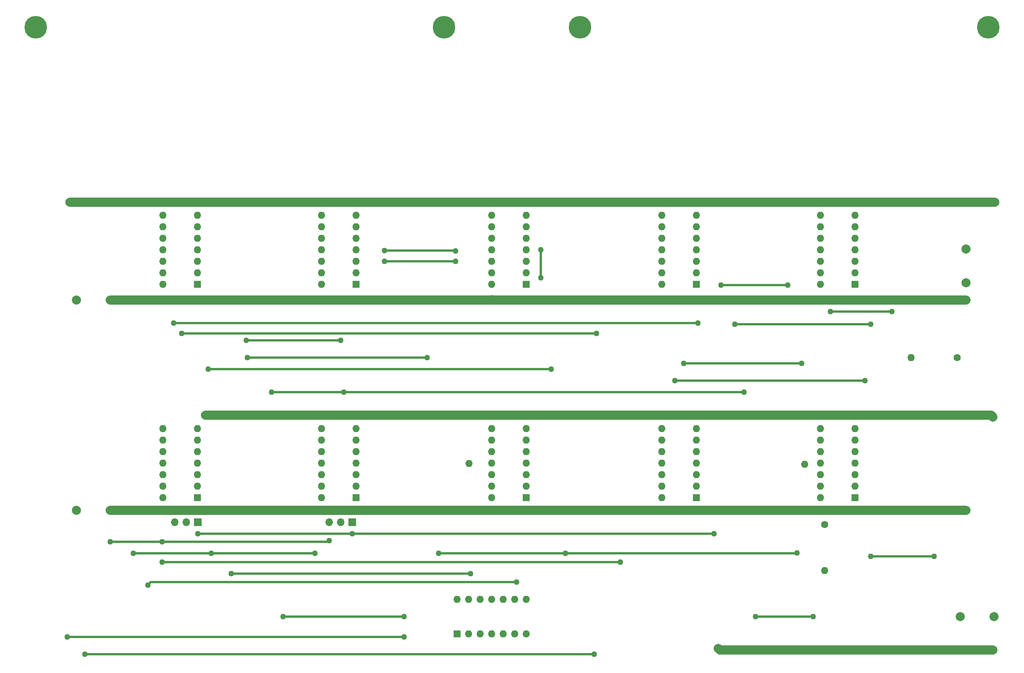
<source format=gbr>
%TF.GenerationSoftware,KiCad,Pcbnew,(6.0.4-0)*%
%TF.CreationDate,2024-04-14T14:55:46+10:00*%
%TF.ProjectId,Input:Output Interface,496e7075-743a-44f7-9574-70757420496e,rev?*%
%TF.SameCoordinates,Original*%
%TF.FileFunction,Copper,L1,Top*%
%TF.FilePolarity,Positive*%
%FSLAX46Y46*%
G04 Gerber Fmt 4.6, Leading zero omitted, Abs format (unit mm)*
G04 Created by KiCad (PCBNEW (6.0.4-0)) date 2024-04-14 14:55:46*
%MOMM*%
%LPD*%
G01*
G04 APERTURE LIST*
%TA.AperFunction,ComponentPad*%
%ADD10R,1.600000X1.600000*%
%TD*%
%TA.AperFunction,ComponentPad*%
%ADD11O,1.600000X1.600000*%
%TD*%
%TA.AperFunction,ComponentPad*%
%ADD12C,2.000000*%
%TD*%
%TA.AperFunction,ComponentPad*%
%ADD13C,1.600000*%
%TD*%
%TA.AperFunction,ComponentPad*%
%ADD14C,5.000000*%
%TD*%
%TA.AperFunction,ComponentPad*%
%ADD15R,1.700000X1.700000*%
%TD*%
%TA.AperFunction,ComponentPad*%
%ADD16O,1.700000X1.700000*%
%TD*%
%TA.AperFunction,ViaPad*%
%ADD17C,2.000000*%
%TD*%
%TA.AperFunction,ViaPad*%
%ADD18C,1.270000*%
%TD*%
%TA.AperFunction,Conductor*%
%ADD19C,2.000000*%
%TD*%
%TA.AperFunction,Conductor*%
%ADD20C,0.500000*%
%TD*%
G04 APERTURE END LIST*
D10*
%TO.P,U2,1*%
%TO.N,Net-(U2-Pad1)*%
X145620000Y-119740000D03*
D11*
%TO.P,U2,2*%
%TO.N,Net-(U1-Pad10)*%
X145620000Y-117200000D03*
%TO.P,U2,3*%
%TO.N,I_O_DEVICE_SELECT*%
X145620000Y-114660000D03*
%TO.P,U2,4*%
%TO.N,Net-(U2-Pad4)*%
X145620000Y-112120000D03*
%TO.P,U2,5*%
%TO.N,I_O_GATING*%
X145620000Y-109580000D03*
%TO.P,U2,6*%
%TO.N,Net-(U2-Pad6)*%
X145620000Y-107040000D03*
%TO.P,U2,7,GND*%
%TO.N,GND*%
X145620000Y-104500000D03*
%TO.P,U2,8*%
%TO.N,Net-(U2-Pad8)*%
X138000000Y-104500000D03*
%TO.P,U2,9*%
%TO.N,Net-(U3-Pad11)*%
X138000000Y-107040000D03*
%TO.P,U2,10*%
%TO.N,Net-(U2-Pad10)*%
X138000000Y-109580000D03*
%TO.P,U2,11*%
%TO.N,Net-(U2-Pad11)*%
X138000000Y-112120000D03*
%TO.P,U2,12*%
%TO.N,Net-(U2-Pad12)*%
X138000000Y-114660000D03*
%TO.P,U2,13*%
%TO.N,Net-(U2-Pad13)*%
X138000000Y-117200000D03*
%TO.P,U2,14,VCC*%
%TO.N,+5V*%
X138000000Y-119740000D03*
%TD*%
D10*
%TO.P,U3,1*%
%TO.N,I_O_DEVICE_SELECT*%
X183120000Y-119740000D03*
D11*
%TO.P,U3,2*%
%TO.N,Net-(U2-Pad6)*%
X183120000Y-117200000D03*
%TO.P,U3,3*%
%TO.N,Net-(U2-Pad11)*%
X183120000Y-114660000D03*
%TO.P,U3,4*%
%TO.N,Net-(U2-Pad6)*%
X183120000Y-112120000D03*
%TO.P,U3,5*%
%TO.N,Net-(U2-Pad4)*%
X183120000Y-109580000D03*
%TO.P,U3,6*%
%TO.N,Net-(U2-Pad13)*%
X183120000Y-107040000D03*
%TO.P,U3,7,GND*%
%TO.N,GND*%
X183120000Y-104500000D03*
%TO.P,U3,8*%
%TO.N,Net-(U2-Pad1)*%
X175500000Y-104500000D03*
%TO.P,U3,9*%
%TO.N,I_O_DEVICE_SELECT*%
X175500000Y-107040000D03*
%TO.P,U3,10*%
%TO.N,I_O_GATING*%
X175500000Y-109580000D03*
%TO.P,U3,11*%
%TO.N,Net-(U3-Pad11)*%
X175500000Y-112120000D03*
%TO.P,U3,12*%
%TO.N,Net-(U2-Pad4)*%
X175500000Y-114660000D03*
%TO.P,U3,13*%
%TO.N,I_O_GATING*%
X175500000Y-117200000D03*
%TO.P,U3,14,VCC*%
%TO.N,+5V*%
X175500000Y-119740000D03*
%TD*%
D10*
%TO.P,U4,1*%
%TO.N,Net-(U4-Pad1)*%
X220620000Y-119740000D03*
D11*
%TO.P,U4,2*%
%TO.N,Net-(U1-Pad9)*%
X220620000Y-117200000D03*
%TO.P,U4,3*%
%TO.N,Net-(U4-Pad3)*%
X220620000Y-114660000D03*
%TO.P,U4,4*%
%TO.N,Net-(U4-Pad4)*%
X220620000Y-112120000D03*
%TO.P,U4,5*%
%TO.N,~{IOT_SHIFT}*%
X220620000Y-109580000D03*
%TO.P,U4,6*%
%TO.N,Net-(U4-Pad6)*%
X220620000Y-107040000D03*
%TO.P,U4,7,GND*%
%TO.N,GND*%
X220620000Y-104500000D03*
%TO.P,U4,8*%
%TO.N,/MCP_CLK*%
X213000000Y-104500000D03*
%TO.P,U4,9*%
%TO.N,Net-(U4-Pad9)*%
X213000000Y-107040000D03*
%TO.P,U4,10*%
%TO.N,Net-(U10-Pad2)*%
X213000000Y-109580000D03*
%TO.P,U4,11*%
%TO.N,Net-(U4-Pad11)*%
X213000000Y-112120000D03*
%TO.P,U4,12*%
%TO.N,Net-(U4-Pad12)*%
X213000000Y-114660000D03*
%TO.P,U4,13*%
%TO.N,Net-(U4-Pad13)*%
X213000000Y-117200000D03*
%TO.P,U4,14,VCC*%
%TO.N,+5V*%
X213000000Y-119740000D03*
%TD*%
D10*
%TO.P,U5,1*%
%TO.N,AC_BIT_0*%
X255620000Y-119740000D03*
D11*
%TO.P,U5,2*%
%TO.N,Net-(U10-Pad2)*%
X255620000Y-117200000D03*
%TO.P,U5,3*%
%TO.N,Net-(U4-Pad3)*%
X255620000Y-114660000D03*
%TO.P,U5,4*%
%TO.N,MCP*%
X255620000Y-112120000D03*
%TO.P,U5,5*%
%TO.N,Net-(U10-Pad2)*%
X255620000Y-109580000D03*
%TO.P,U5,6*%
%TO.N,Net-(U4-Pad9)*%
X255620000Y-107040000D03*
%TO.P,U5,7,GND*%
%TO.N,GND*%
X255620000Y-104500000D03*
%TO.P,U5,8*%
%TO.N,Net-(U4-Pad11)*%
X248000000Y-104500000D03*
%TO.P,U5,9*%
%TO.N,Net-(U4-Pad6)*%
X248000000Y-107040000D03*
%TO.P,U5,10*%
%TO.N,T2-9*%
X248000000Y-109580000D03*
%TO.P,U5,11*%
%TO.N,Net-(U4-Pad1)*%
X248000000Y-112120000D03*
%TO.P,U5,12*%
%TO.N,T13*%
X248000000Y-114660000D03*
%TO.P,U5,13*%
%TO.N,Net-(U10-Pad4)*%
X248000000Y-117200000D03*
%TO.P,U5,14,VCC*%
%TO.N,+5V*%
X248000000Y-119740000D03*
%TD*%
D10*
%TO.P,U8,1*%
%TO.N,Net-(U10-Pad8)*%
X183120000Y-166740000D03*
D11*
%TO.P,U8,2*%
%TO.N,Net-(U1-Pad10)*%
X183120000Y-164200000D03*
%TO.P,U8,3*%
%TO.N,Net-(U11-Pad6)*%
X183120000Y-161660000D03*
%TO.P,U8,4*%
%TO.N,Net-(U10-Pad8)*%
X183120000Y-159120000D03*
%TO.P,U8,5*%
%TO.N,Net-(U11-Pad8)*%
X183120000Y-156580000D03*
%TO.P,U8,6*%
%TO.N,Net-(U2-Pad8)*%
X183120000Y-154040000D03*
%TO.P,U8,7,GND*%
%TO.N,GND*%
X183120000Y-151500000D03*
%TO.P,U8,8*%
%TO.N,Net-(U2-Pad10)*%
X175500000Y-151500000D03*
%TO.P,U8,9*%
%TO.N,Net-(U11-Pad12)*%
X175500000Y-154040000D03*
%TO.P,U8,10*%
%TO.N,Net-(U10-Pad8)*%
X175500000Y-156580000D03*
%TO.P,U8,11*%
%TO.N,Net-(U2-Pad12)*%
X175500000Y-159120000D03*
%TO.P,U8,12*%
%TO.N,Net-(U11-Pad10)*%
X175500000Y-161660000D03*
%TO.P,U8,13*%
%TO.N,Net-(U10-Pad8)*%
X175500000Y-164200000D03*
%TO.P,U8,14,VCC*%
%TO.N,+5V*%
X175500000Y-166740000D03*
%TD*%
D10*
%TO.P,U10,1*%
%TO.N,A-BUS*%
X255620000Y-166740000D03*
D11*
%TO.P,U10,2*%
%TO.N,Net-(U10-Pad2)*%
X255620000Y-164200000D03*
%TO.P,U10,3*%
%TO.N,Net-(U10-Pad3)*%
X255620000Y-161660000D03*
%TO.P,U10,4*%
%TO.N,Net-(U10-Pad4)*%
X255620000Y-159120000D03*
%TO.P,U10,5*%
%TO.N,~{CLR_IOT_FLAG}*%
X255620000Y-156580000D03*
%TO.P,U10,6*%
X255620000Y-154040000D03*
%TO.P,U10,7,GND*%
%TO.N,GND*%
X255620000Y-151500000D03*
%TO.P,U10,8*%
%TO.N,Net-(U10-Pad8)*%
X248000000Y-151500000D03*
%TO.P,U10,9*%
X248000000Y-154040000D03*
%TO.P,U10,10*%
%TO.N,Net-(U10-Pad10)*%
X248000000Y-156580000D03*
%TO.P,U10,11*%
X248000000Y-159120000D03*
%TO.P,U10,12*%
%TO.N,SKIP_ON_IOT_FLAG*%
X248000000Y-161660000D03*
%TO.P,U10,13*%
%TO.N,~{IOT_SKIP}*%
X248000000Y-164200000D03*
%TO.P,U10,14,VCC*%
%TO.N,+5V*%
X248000000Y-166740000D03*
%TD*%
D10*
%TO.P,U11,1*%
%TO.N,N/C*%
X167880000Y-196800000D03*
D11*
%TO.P,U11,2*%
X170420000Y-196800000D03*
%TO.P,U11,3*%
X172960000Y-196800000D03*
%TO.P,U11,4*%
X175500000Y-196800000D03*
%TO.P,U11,5*%
%TO.N,I_D0_~{FLAG}*%
X178040000Y-196800000D03*
%TO.P,U11,6*%
%TO.N,Net-(U11-Pad6)*%
X180580000Y-196800000D03*
%TO.P,U11,7,GND*%
%TO.N,GND*%
X183120000Y-196800000D03*
%TO.P,U11,8*%
%TO.N,Net-(U11-Pad8)*%
X183120000Y-189180000D03*
%TO.P,U11,9*%
%TO.N,I_D1_~{FLAG}*%
X180580000Y-189180000D03*
%TO.P,U11,10*%
%TO.N,Net-(U11-Pad10)*%
X178040000Y-189180000D03*
%TO.P,U11,11*%
%TO.N,O_D1_~{FLAG}*%
X175500000Y-189180000D03*
%TO.P,U11,12*%
%TO.N,Net-(U11-Pad12)*%
X172960000Y-189180000D03*
%TO.P,U11,13*%
%TO.N,O_D0_~{FLAG}*%
X170420000Y-189180000D03*
%TO.P,U11,14,VCC*%
%TO.N,+5V*%
X167880000Y-189180000D03*
%TD*%
D10*
%TO.P,U1,1*%
%TO.N,unconnected-(U1-Pad1)*%
X110620000Y-119740000D03*
D11*
%TO.P,U1,2*%
%TO.N,unconnected-(U1-Pad2)*%
X110620000Y-117200000D03*
%TO.P,U1,3*%
%TO.N,unconnected-(U1-Pad3)*%
X110620000Y-114660000D03*
%TO.P,U1,4*%
%TO.N,unconnected-(U1-Pad4)*%
X110620000Y-112120000D03*
%TO.P,U1,5*%
%TO.N,unconnected-(U1-Pad5)*%
X110620000Y-109580000D03*
%TO.P,U1,6*%
%TO.N,unconnected-(U1-Pad6)*%
X110620000Y-107040000D03*
%TO.P,U1,7,GND*%
%TO.N,GND*%
X110620000Y-104500000D03*
%TO.P,U1,8*%
%TO.N,I_D0_~{FLAG_RESET}*%
X103000000Y-104500000D03*
%TO.P,U1,9*%
%TO.N,Net-(U1-Pad9)*%
X103000000Y-107040000D03*
%TO.P,U1,10*%
%TO.N,Net-(U1-Pad10)*%
X103000000Y-109580000D03*
%TO.P,U1,11*%
%TO.N,I_D0_~{CLOCK}*%
X103000000Y-112120000D03*
%TO.P,U1,12*%
%TO.N,Net-(U1-Pad10)*%
X103000000Y-114660000D03*
%TO.P,U1,13*%
%TO.N,/MCP_CLK*%
X103000000Y-117200000D03*
%TO.P,U1,14,VCC*%
%TO.N,+5V*%
X103000000Y-119740000D03*
%TD*%
D10*
%TO.P,U6,1*%
%TO.N,/MCP_CLK*%
X110620000Y-166740000D03*
D11*
%TO.P,U6,2*%
%TO.N,Net-(U2-Pad10)*%
X110620000Y-164200000D03*
%TO.P,U6,3*%
%TO.N,O_D0_~{CLOCK}*%
X110620000Y-161660000D03*
%TO.P,U6,4*%
%TO.N,Net-(U6-Pad4)*%
X110620000Y-159120000D03*
%TO.P,U6,5*%
%TO.N,Net-(U2-Pad10)*%
X110620000Y-156580000D03*
%TO.P,U6,6*%
%TO.N,O_D0_~{FLAG_RESET}*%
X110620000Y-154040000D03*
%TO.P,U6,7,GND*%
%TO.N,GND*%
X110620000Y-151500000D03*
%TO.P,U6,8*%
%TO.N,I_D1_~{CLOCK}*%
X103000000Y-151500000D03*
%TO.P,U6,9*%
%TO.N,/MCP_CLK*%
X103000000Y-154040000D03*
%TO.P,U6,10*%
%TO.N,Net-(U2-Pad8)*%
X103000000Y-156580000D03*
%TO.P,U6,11*%
%TO.N,I_D1_~{FLAG_RESET}*%
X103000000Y-159120000D03*
%TO.P,U6,12*%
%TO.N,Net-(U2-Pad8)*%
X103000000Y-161660000D03*
%TO.P,U6,13*%
%TO.N,Net-(U1-Pad9)*%
X103000000Y-164200000D03*
%TO.P,U6,14,VCC*%
%TO.N,+5V*%
X103000000Y-166740000D03*
%TD*%
D10*
%TO.P,U9,1*%
%TO.N,T1*%
X220620000Y-166740000D03*
D11*
%TO.P,U9,2*%
%TO.N,Net-(U10-Pad4)*%
X220620000Y-164200000D03*
%TO.P,U9,3*%
%TO.N,Net-(U4-Pad13)*%
X220620000Y-161660000D03*
%TO.P,U9,4*%
%TO.N,Net-(U9-Pad11)*%
X220620000Y-159120000D03*
%TO.P,U9,5*%
%TO.N,Net-(U9-Pad5)*%
X220620000Y-156580000D03*
%TO.P,U9,6*%
%TO.N,Net-(U10-Pad3)*%
X220620000Y-154040000D03*
%TO.P,U9,7,GND*%
%TO.N,GND*%
X220620000Y-151500000D03*
%TO.P,U9,8*%
%TO.N,Net-(U9-Pad5)*%
X213000000Y-151500000D03*
%TO.P,U9,9*%
%TO.N,Net-(U2-Pad8)*%
X213000000Y-154040000D03*
%TO.P,U9,10*%
%TO.N,I_D1_~{DATA}*%
X213000000Y-156580000D03*
%TO.P,U9,11*%
%TO.N,Net-(U9-Pad11)*%
X213000000Y-159120000D03*
%TO.P,U9,12*%
%TO.N,Net-(U1-Pad10)*%
X213000000Y-161660000D03*
%TO.P,U9,13*%
%TO.N,I_D0_~{DATA}*%
X213000000Y-164200000D03*
%TO.P,U9,14,VCC*%
%TO.N,+5V*%
X213000000Y-166740000D03*
%TD*%
D10*
%TO.P,U7,1*%
%TO.N,Net-(U7-Pad1)*%
X145620000Y-166740000D03*
D11*
%TO.P,U7,2*%
%TO.N,Net-(U2-Pad12)*%
X145620000Y-164200000D03*
%TO.P,U7,3*%
%TO.N,O_D1_~{FLAG_RESET}*%
X145620000Y-161660000D03*
%TO.P,U7,4*%
%TO.N,Net-(U2-Pad12)*%
X145620000Y-159120000D03*
%TO.P,U7,5*%
%TO.N,Net-(U4-Pad4)*%
X145620000Y-156580000D03*
%TO.P,U7,6*%
%TO.N,O_D1_~{DATA}*%
X145620000Y-154040000D03*
%TO.P,U7,7,GND*%
%TO.N,GND*%
X145620000Y-151500000D03*
%TO.P,U7,8*%
%TO.N,O_D0_~{DATA}*%
X138000000Y-151500000D03*
%TO.P,U7,9*%
%TO.N,Net-(U4-Pad4)*%
X138000000Y-154040000D03*
%TO.P,U7,10*%
%TO.N,Net-(U2-Pad10)*%
X138000000Y-156580000D03*
%TO.P,U7,11*%
%TO.N,O_D1_~{CLOCK}*%
X138000000Y-159120000D03*
%TO.P,U7,12*%
%TO.N,Net-(U2-Pad12)*%
X138000000Y-161660000D03*
%TO.P,U7,13*%
%TO.N,/MCP_CLK*%
X138000000Y-164200000D03*
%TO.P,U7,14,VCC*%
%TO.N,+5V*%
X138000000Y-166740000D03*
%TD*%
D12*
%TO.P,C1,1*%
%TO.N,+5V*%
X91440000Y-123190000D03*
%TO.P,C1,2*%
%TO.N,GND*%
X83940000Y-123190000D03*
%TD*%
%TO.P,C2,1*%
%TO.N,+5V*%
X91440000Y-169545000D03*
%TO.P,C2,2*%
%TO.N,GND*%
X83940000Y-169545000D03*
%TD*%
%TO.P,C3,1*%
%TO.N,+5V*%
X280035000Y-119380000D03*
%TO.P,C3,2*%
%TO.N,GND*%
X280035000Y-111880000D03*
%TD*%
%TO.P,C4,1*%
%TO.N,+5V*%
X278765000Y-193040000D03*
%TO.P,C4,2*%
%TO.N,GND*%
X286265000Y-193040000D03*
%TD*%
D13*
%TO.P,R1,1*%
%TO.N,+5V*%
X170500000Y-169360000D03*
D11*
%TO.P,R1,2*%
%TO.N,Net-(U10-Pad8)*%
X170500000Y-159200000D03*
%TD*%
D13*
%TO.P,R2,1*%
%TO.N,+5V*%
X244475000Y-169545000D03*
D11*
%TO.P,R2,2*%
%TO.N,Net-(U10-Pad10)*%
X244475000Y-159385000D03*
%TD*%
D13*
%TO.P,R3,1*%
%TO.N,+5V*%
X248920000Y-172720000D03*
D11*
%TO.P,R3,2*%
%TO.N,~{IOT_SKIP}*%
X248920000Y-182880000D03*
%TD*%
D13*
%TO.P,R4,1*%
%TO.N,+5V*%
X278130000Y-135890000D03*
D11*
%TO.P,R4,2*%
%TO.N,Net-(U10-Pad4)*%
X267970000Y-135890000D03*
%TD*%
D14*
%TO.P,H1,1*%
%TO.N,GND*%
X75000000Y-63000000D03*
X165000000Y-63000000D03*
%TD*%
%TO.P,H2,1*%
%TO.N,GND*%
X195000000Y-63000000D03*
X285000000Y-63000000D03*
%TD*%
D15*
%TO.P,J1,1,Pin_1*%
%TO.N,Net-(U4-Pad12)*%
X110744000Y-172212000D03*
D16*
%TO.P,J1,2,Pin_2*%
%TO.N,Net-(U6-Pad4)*%
X108204000Y-172212000D03*
%TO.P,J1,3,Pin_3*%
%TO.N,Net-(U1-Pad9)*%
X105664000Y-172212000D03*
%TD*%
D15*
%TO.P,J2,1,Pin_1*%
%TO.N,Net-(U4-Pad12)*%
X144780000Y-172212000D03*
D16*
%TO.P,J2,2,Pin_2*%
%TO.N,Net-(U7-Pad1)*%
X142240000Y-172212000D03*
%TO.P,J2,3,Pin_3*%
%TO.N,Net-(U1-Pad9)*%
X139700000Y-172212000D03*
%TD*%
D17*
%TO.N,GND*%
X112395000Y-148590000D03*
X256540000Y-101600000D03*
X111125000Y-101600000D03*
X145600000Y-148600000D03*
X255600000Y-148590000D03*
X286006000Y-200404000D03*
X220600000Y-148590000D03*
X145600000Y-101600000D03*
X225425000Y-200025000D03*
X221615000Y-101600000D03*
X286385000Y-101600000D03*
X82550000Y-101600000D03*
X286006000Y-148969000D03*
X183100000Y-148590000D03*
X183100000Y-101600000D03*
%TO.N,+5V*%
X248920000Y-169545000D03*
X137795000Y-123190000D03*
X280035000Y-123190000D03*
X247650000Y-123190000D03*
X174625000Y-169545000D03*
X280035000Y-169545000D03*
X212725000Y-123190000D03*
X213000000Y-169545000D03*
X135255000Y-169545000D03*
X102870000Y-169545000D03*
X102870000Y-123190000D03*
X175500000Y-123100000D03*
D18*
%TO.N,A-BUS*%
X259080000Y-179705000D03*
X273050000Y-179705000D03*
%TO.N,I_O_DEVICE_SELECT*%
X151915000Y-114590000D03*
X167500000Y-114600000D03*
%TO.N,~{IOT_SHIFT}*%
X233680000Y-193040000D03*
X246380000Y-193040000D03*
%TO.N,Net-(U2-Pad8)*%
X121412000Y-132080000D03*
X142240000Y-132080000D03*
%TO.N,Net-(U1-Pad10)*%
X113030000Y-138430000D03*
X188595000Y-138430000D03*
%TO.N,Net-(U2-Pad10)*%
X161290000Y-135890000D03*
X121666000Y-135890000D03*
%TO.N,Net-(U2-Pad4)*%
X167500000Y-112300000D03*
X151892000Y-112268000D03*
X186300000Y-118300000D03*
X186300000Y-112100000D03*
%TO.N,Net-(U4-Pad4)*%
X142875000Y-143510000D03*
X231140000Y-143510000D03*
X127000000Y-143510000D03*
%TO.N,Net-(U4-Pad3)*%
X259080000Y-128524000D03*
X229108000Y-128524000D03*
%TO.N,Net-(U4-Pad1)*%
X226060000Y-119888000D03*
X240792000Y-119888000D03*
%TO.N,Net-(U10-Pad3)*%
X257810000Y-140970000D03*
X215900000Y-140970000D03*
%TO.N,I_D1_~{FLAG}*%
X180975000Y-185420000D03*
X99695000Y-186055000D03*
%TO.N,O_D1_~{FLAG}*%
X156210000Y-193040000D03*
X129540000Y-193040000D03*
%TO.N,I_D0_~{FLAG}*%
X81915000Y-197485000D03*
X156210000Y-197485000D03*
%TO.N,O_D0_~{FLAG}*%
X170815000Y-183515000D03*
X118110000Y-183515000D03*
%TO.N,I_D0_~{DATA}*%
X198120000Y-201295000D03*
X85852000Y-201295000D03*
%TO.N,I_D1_~{DATA}*%
X203835000Y-180975000D03*
X102870000Y-180975000D03*
%TO.N,/MCP_CLK*%
X96520000Y-179070000D03*
X107188000Y-130556000D03*
X198628000Y-130556000D03*
X136525000Y-179070000D03*
X113665000Y-179070000D03*
%TO.N,Net-(U4-Pad12)*%
X110744000Y-174752000D03*
X224536000Y-174752000D03*
X144780000Y-174752000D03*
%TO.N,Net-(U1-Pad9)*%
X102870000Y-176530000D03*
X105410000Y-128270000D03*
X220980000Y-128270000D03*
X91440000Y-176530000D03*
X139700000Y-176276000D03*
%TO.N,Net-(U10-Pad8)*%
X191770000Y-179070000D03*
X242800000Y-179000000D03*
X163830000Y-179070000D03*
%TO.N,Net-(U10-Pad4)*%
X217805000Y-137160000D03*
X250190000Y-125730000D03*
X263705010Y-125716536D03*
X243840000Y-137160000D03*
%TD*%
D19*
%TO.N,GND*%
X183100000Y-148590000D02*
X220600000Y-148590000D01*
X145610000Y-148590000D02*
X183100000Y-148590000D01*
X286006000Y-200404000D02*
X225804000Y-200404000D01*
X230505000Y-101600000D02*
X221615000Y-101600000D01*
X82550000Y-101600000D02*
X145600000Y-101600000D01*
X145600000Y-148600000D02*
X145610000Y-148590000D01*
X220600000Y-148590000D02*
X255600000Y-148590000D01*
X145590000Y-148590000D02*
X145600000Y-148600000D01*
X286385000Y-101600000D02*
X256540000Y-101600000D01*
X256540000Y-101600000D02*
X230505000Y-101600000D01*
X285627000Y-148590000D02*
X255600000Y-148590000D01*
X225804000Y-200404000D02*
X225425000Y-200025000D01*
X112395000Y-148590000D02*
X145590000Y-148590000D01*
X221615000Y-101600000D02*
X145600000Y-101600000D01*
X286006000Y-148969000D02*
X285627000Y-148590000D01*
%TO.N,+5V*%
X135255000Y-169545000D02*
X174625000Y-169545000D01*
X247650000Y-123190000D02*
X212725000Y-123190000D01*
X91440000Y-169545000D02*
X102870000Y-169545000D01*
X212725000Y-123190000D02*
X175590000Y-123190000D01*
X137795000Y-123190000D02*
X102870000Y-123190000D01*
X175410000Y-123190000D02*
X175500000Y-123100000D01*
X175590000Y-123190000D02*
X175500000Y-123100000D01*
X247650000Y-123190000D02*
X280035000Y-123190000D01*
X102870000Y-169545000D02*
X135255000Y-169545000D01*
X137795000Y-123190000D02*
X175410000Y-123190000D01*
X174625000Y-169545000D02*
X280035000Y-169545000D01*
X91440000Y-123190000D02*
X102870000Y-123190000D01*
D20*
%TO.N,A-BUS*%
X273050000Y-179705000D02*
X259080000Y-179705000D01*
%TO.N,I_O_DEVICE_SELECT*%
X151925000Y-114600000D02*
X167500000Y-114600000D01*
X151915000Y-114590000D02*
X151925000Y-114600000D01*
%TO.N,~{IOT_SHIFT}*%
X246380000Y-193040000D02*
X233680000Y-193040000D01*
%TO.N,Net-(U2-Pad8)*%
X121412000Y-132080000D02*
X142240000Y-132080000D01*
%TO.N,Net-(U1-Pad10)*%
X113030000Y-138430000D02*
X184785000Y-138430000D01*
X184785000Y-138430000D02*
X188595000Y-138430000D01*
%TO.N,Net-(U2-Pad10)*%
X121666000Y-135890000D02*
X161290000Y-135890000D01*
%TO.N,Net-(U2-Pad4)*%
X167468000Y-112268000D02*
X167500000Y-112300000D01*
X186300000Y-118300000D02*
X186300000Y-112100000D01*
X151892000Y-112268000D02*
X167468000Y-112268000D01*
%TO.N,Net-(U4-Pad4)*%
X231140000Y-143510000D02*
X142875000Y-143510000D01*
X142875000Y-143510000D02*
X127000000Y-143510000D01*
%TO.N,Net-(U4-Pad3)*%
X229108000Y-128524000D02*
X259080000Y-128524000D01*
%TO.N,Net-(U4-Pad1)*%
X226060000Y-119888000D02*
X240792000Y-119888000D01*
%TO.N,Net-(U10-Pad3)*%
X257810000Y-140970000D02*
X215900000Y-140970000D01*
%TO.N,I_D1_~{FLAG}*%
X180975000Y-185420000D02*
X100330000Y-185420000D01*
X100330000Y-185420000D02*
X99695000Y-186055000D01*
%TO.N,O_D1_~{FLAG}*%
X129540000Y-193040000D02*
X156210000Y-193040000D01*
%TO.N,I_D0_~{FLAG}*%
X81915000Y-197485000D02*
X156210000Y-197485000D01*
%TO.N,O_D0_~{FLAG}*%
X170815000Y-183515000D02*
X118110000Y-183515000D01*
%TO.N,I_D0_~{DATA}*%
X198120000Y-201295000D02*
X85852000Y-201295000D01*
%TO.N,I_D1_~{DATA}*%
X102870000Y-180975000D02*
X203835000Y-180975000D01*
%TO.N,/MCP_CLK*%
X107188000Y-130556000D02*
X198628000Y-130556000D01*
X96520000Y-179070000D02*
X113665000Y-179070000D01*
X113665000Y-179070000D02*
X136525000Y-179070000D01*
%TO.N,Net-(U4-Pad12)*%
X144780000Y-174752000D02*
X224536000Y-174752000D01*
X110744000Y-174752000D02*
X144780000Y-174752000D01*
%TO.N,Net-(U1-Pad9)*%
X139446000Y-176530000D02*
X139700000Y-176276000D01*
X102870000Y-176530000D02*
X139446000Y-176530000D01*
X105410000Y-128270000D02*
X220980000Y-128270000D01*
X91440000Y-176530000D02*
X102870000Y-176530000D01*
%TO.N,Net-(U10-Pad8)*%
X191770000Y-179070000D02*
X242730000Y-179070000D01*
X191770000Y-179070000D02*
X163830000Y-179070000D01*
X242730000Y-179070000D02*
X242800000Y-179000000D01*
%TO.N,Net-(U10-Pad4)*%
X250190000Y-125730000D02*
X263691546Y-125730000D01*
X263691546Y-125730000D02*
X263705010Y-125716536D01*
X217805000Y-137160000D02*
X243840000Y-137160000D01*
%TD*%
M02*

</source>
